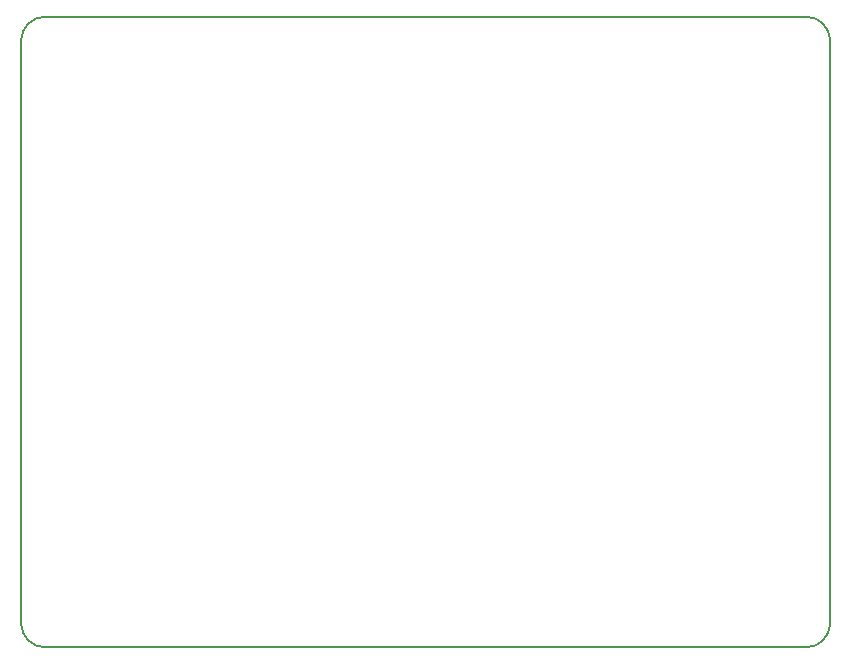
<source format=gbr>
G04 DipTrace 3.3.1.0*
G04 BoardOutline.gbr*
%MOMM*%
G04 #@! TF.FileFunction,Profile*
G04 #@! TF.Part,Single*
%ADD11C,0.14*%
%FSLAX35Y35*%
G04*
G71*
G90*
G75*
G01*
G04 BoardOutline*
%LPD*%
X200000Y0D2*
D11*
G02X0Y200000I5000J205000D01*
G01*
Y5140000D1*
G02X200000Y5340000I205000J-5000D01*
G01*
X6650000D1*
G02X6850000Y5140000I-5000J-205000D01*
G01*
Y200000D1*
G02X6650000Y0I-205000J5000D01*
G01*
X200000D1*
M02*

</source>
